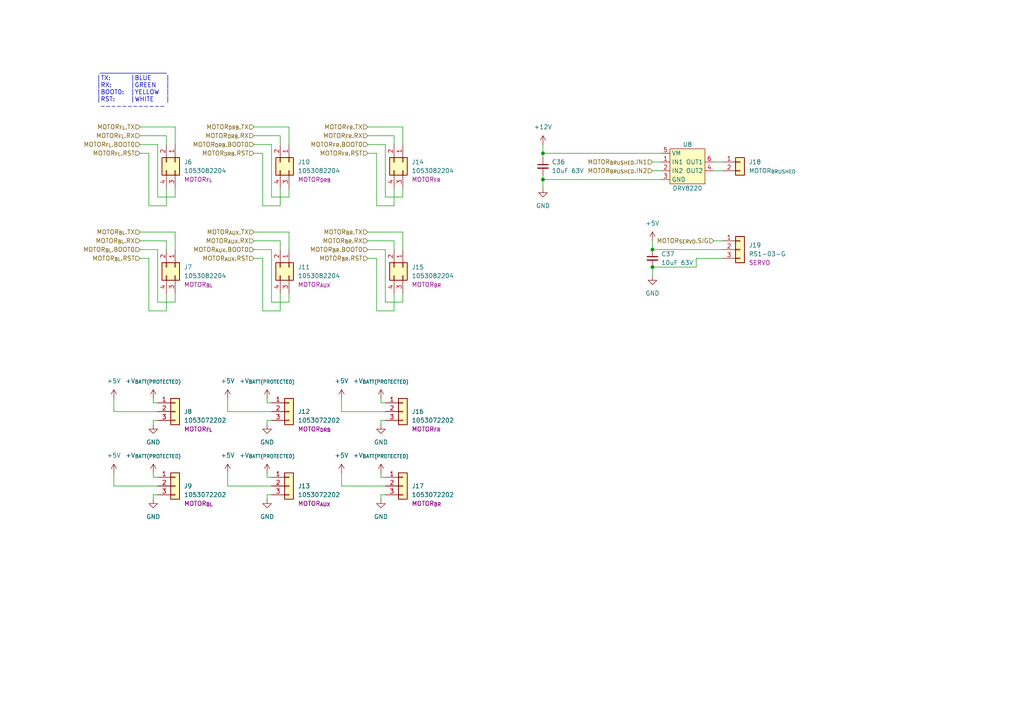
<source format=kicad_sch>
(kicad_sch (version 20211123) (generator eeschema)
  (paper "A4")
  (title_block (title "Bodge Control") (date "2022-12-07") (rev "1.0.0") (company "The A-Team (RC SSL)") (comment 1 "W. Stuckey & R. Osawa"))
  (lib_symbols
    (symbol "AT-PowerIC:DRV8220"
      (property "Reference" "U" (at 0 6.35 0))
      (property "Value" "DRV8220" (at 0 -6.35 0))
      (symbol "DRV8220_0_1"
        (rectangle (start -5.08 5.08) (end 5.08 -5.08) (stroke (width 0.1524)) (fill (type background)))
      )
      (symbol "DRV8220_1_1"
        (pin input line (at -7.62 1.27 0) (length 2.54) (name "IN1") (number "1"))
        (pin input line (at -7.62 -1.27 0) (length 2.54) (name "IN2") (number "2"))
        (pin power_in line (at -7.62 -3.81 0) (length 2.54) (name "GND") (number "3"))
        (pin input line (at 7.62 -1.27 180) (length 2.54) (name "OUT2") (number "4"))
        (pin power_in line (at -7.62 3.81 0) (length 2.54) (name "VM") (number "5"))
        (pin input line (at 7.62 1.27 180) (length 2.54) (name "OUT1") (number "6"))
      )
    )
    (symbol "AT-Supplies:+V_{BATT(PROTECTED)}" (power) (pin_names (offset 0)) (in_bom no) (on_board no)
      (property "Value" "+V_{BATT(PROTECTED)}" (at 0 5.08 0))
      (symbol "+V_{BATT(PROTECTED)}_0_1"
        (polyline (pts (xy -0.76 1.27) (xy 0.002 2.54)))
        (polyline (pts (xy 0.002 0) (xy 0.002 2.54)))
        (polyline (pts (xy 0.002 2.54) (xy 0.764 1.27)))
      )
      (symbol "+V_{BATT(PROTECTED)}_1_1"
        (pin power_in line (at 0 0 90) (length 0) hide (name "+V_{BATT(PROTECTED)}") (number "1"))
      )
    )
    (symbol "Connector_Generic:Conn_01x02" (pin_names (offset 1.016) hide)
      (property "Reference" "J" (at 0 2.54 0))
      (property "Value" "Conn_01x02" (at 0 -5.08 0))
      (symbol "Conn_01x02_1_1"
        (rectangle (start -1.27 -2.413) (end 0 -2.667) (stroke (width 0.1524)))
        (rectangle (start -1.27 0.127) (end 0 -0.127) (stroke (width 0.1524)))
        (rectangle (start -1.27 1.27) (end 1.27 -3.81) (stroke (width 0.254)) (fill (type background)))
        (pin passive line (at -5.08 0 0) (length 3.81) (name "Pin_1") (number "1"))
        (pin passive line (at -5.08 -2.54 0) (length 3.81) (name "Pin_2") (number "2"))
      )
    )
    (symbol "Connector_Generic:Conn_01x03" (pin_names (offset 1.016) hide)
      (property "Reference" "J" (at 0 5.08 0))
      (property "Value" "Conn_01x03" (at 0 -5.08 0))
      (symbol "Conn_01x03_1_1"
        (rectangle (start -1.27 -2.413) (end 0 -2.667) (stroke (width 0.1524)))
        (rectangle (start -1.27 0.127) (end 0 -0.127) (stroke (width 0.1524)))
        (rectangle (start -1.27 2.667) (end 0 2.413) (stroke (width 0.1524)))
        (rectangle (start -1.27 3.81) (end 1.27 -3.81) (stroke (width 0.254)) (fill (type background)))
        (pin passive line (at -5.08 2.54 0) (length 3.81) (name "Pin_1") (number "1"))
        (pin passive line (at -5.08 0 0) (length 3.81) (name "Pin_2") (number "2"))
        (pin passive line (at -5.08 -2.54 0) (length 3.81) (name "Pin_3") (number "3"))
      )
    )
    (symbol "Connector_Generic:Conn_02x02_Top_Bottom" (pin_names (offset 1.016) hide)
      (property "Reference" "J" (at 1.27 2.54 0))
      (property "Value" "Conn_02x02_Top_Bottom" (at 1.27 -5.08 0))
      (symbol "Conn_02x02_Top_Bottom_1_1"
        (rectangle (start -1.27 -2.413) (end 0 -2.667) (stroke (width 0.1524)))
        (rectangle (start -1.27 0.127) (end 0 -0.127) (stroke (width 0.1524)))
        (rectangle (start -1.27 1.27) (end 3.81 -3.81) (stroke (width 0.254)) (fill (type background)))
        (rectangle (start 3.81 -2.413) (end 2.54 -2.667) (stroke (width 0.1524)))
        (rectangle (start 3.81 0.127) (end 2.54 -0.127) (stroke (width 0.1524)))
        (pin passive line (at -5.08 0 0) (length 3.81) (name "Pin_1") (number "1"))
        (pin passive line (at -5.08 -2.54 0) (length 3.81) (name "Pin_2") (number "2"))
        (pin passive line (at 7.62 0 180) (length 3.81) (name "Pin_3") (number "3"))
        (pin passive line (at 7.62 -2.54 180) (length 3.81) (name "Pin_4") (number "4"))
      )
    )
    (symbol "Device:C_Small" (pin_numbers hide) (pin_names (offset 0.254) hide)
      (property "Reference" "C" (at 0.254 1.778 0))
      (property "Value" "C_Small" (at 0.254 -2.032 0))
      (symbol "C_Small_0_1"
        (polyline (pts (xy -1.524 -0.508) (xy 1.524 -0.508)) (stroke (width 0.3302)))
        (polyline (pts (xy -1.524 0.508) (xy 1.524 0.508)) (stroke (width 0.3048)))
      )
      (symbol "C_Small_1_1"
        (pin passive line (at 0 2.54 270) (length 2.032) (name "~") (number "1"))
        (pin passive line (at 0 -2.54 90) (length 2.032) (name "~") (number "2"))
      )
    )
    (symbol "power:+12V" (power) (pin_names (offset 0))
      (property "Value" "+12V" (at 0 3.556 0))
      (symbol "+12V_0_1"
        (polyline (pts (xy -0.762 1.27) (xy 0 2.54)))
        (polyline (pts (xy 0 0) (xy 0 2.54)))
        (polyline (pts (xy 0 2.54) (xy 0.762 1.27)))
      )
      (symbol "+12V_1_1"
        (pin power_in line (at 0 0 90) (length 0) hide (name "+12V") (number "1"))
      )
    )
    (symbol "power:+5V" (power) (pin_names (offset 0))
      (property "Value" "+5V" (at 0 3.556 0))
      (symbol "+5V_0_1"
        (polyline (pts (xy -0.762 1.27) (xy 0 2.54)))
        (polyline (pts (xy 0 0) (xy 0 2.54)))
        (polyline (pts (xy 0 2.54) (xy 0.762 1.27)))
      )
      (symbol "+5V_1_1"
        (pin power_in line (at 0 0 90) (length 0) hide (name "+5V") (number "1"))
      )
    )
    (symbol "power:GND" (power) (pin_names (offset 0))
      (property "Value" "GND" (at 0 -3.81 0))
      (symbol "GND_0_1"
        (polyline (pts (xy 0 0) (xy 0 -1.27) (xy 1.27 -1.27) (xy 0 -2.54) (xy -1.27 -1.27) (xy 0 -1.27)))
      )
      (symbol "GND_1_1"
        (pin power_in line (at 0 0 270) (length 0) hide (name "GND") (number "1"))
      )
    )
  )
  (junction (at 189.23 77.47))
  (junction (at 189.23 72.39))
  (junction (at 157.48 44.45))
  (junction (at 157.48 52.07))
  (wire (pts (xy 111.76 41.91) (xy 111.76 57.15)))
  (wire (pts (xy 110.49 116.84) (xy 111.76 116.84)))
  (wire (pts (xy 111.76 143.51) (xy 110.49 143.51)))
  (wire (pts (xy 77.47 143.51) (xy 77.47 144.78)))
  (wire (pts (xy 191.77 44.45) (xy 157.48 44.45)))
  (wire (pts (xy 111.76 72.39) (xy 111.76 87.63)))
  (wire (pts (xy 44.45 116.84) (xy 45.72 116.84)))
  (wire (pts (xy 78.74 119.38) (xy 66.04 119.38)))
  (wire (pts (xy 78.74 140.97) (xy 66.04 140.97)))
  (wire (pts (xy 83.82 87.63) (xy 83.82 85.09)))
  (wire (pts (xy 73.66 44.45) (xy 76.2 44.45)))
  (wire (pts (xy 111.76 87.63) (xy 116.84 87.63)))
  (wire (pts (xy 73.66 39.37) (xy 81.28 39.37)))
  (wire (pts (xy 157.48 44.45) (xy 157.48 41.91)))
  (wire (pts (xy 45.72 87.63) (xy 50.8 87.63)))
  (wire (pts (xy 33.02 119.38) (xy 33.02 115.57)))
  (wire (pts (xy 116.84 36.83) (xy 116.84 41.91)))
  (wire (pts (xy 116.84 87.63) (xy 116.84 85.09)))
  (wire (pts (xy 78.74 72.39) (xy 78.74 87.63)))
  (wire (pts (xy 106.68 74.93) (xy 109.22 74.93)))
  (wire (pts (xy 106.68 39.37) (xy 114.3 39.37)))
  (wire (pts (xy 73.66 67.31) (xy 83.82 67.31)))
  (wire (pts (xy 43.18 44.45) (xy 43.18 59.69)))
  (wire (pts (xy 157.48 52.07) (xy 157.48 54.61)))
  (wire (pts (xy 76.2 44.45) (xy 76.2 59.69)))
  (wire (pts (xy 114.3 59.69) (xy 114.3 54.61)))
  (wire (pts (xy 201.93 74.93) (xy 201.93 77.47)))
  (wire (pts (xy 157.48 44.45) (xy 157.48 45.72)))
  (wire (pts (xy 109.22 90.17) (xy 114.3 90.17)))
  (wire (pts (xy 73.66 69.85) (xy 81.28 69.85)))
  (wire (pts (xy 83.82 36.83) (xy 83.82 41.91)))
  (wire (pts (xy 81.28 39.37) (xy 81.28 41.91)))
  (wire (pts (xy 77.47 138.43) (xy 78.74 138.43)))
  (wire (pts (xy 45.72 57.15) (xy 50.8 57.15)))
  (wire (pts (xy 78.74 87.63) (xy 83.82 87.63)))
  (wire (pts (xy 207.01 49.53) (xy 209.55 49.53)))
  (wire (pts (xy 110.49 137.16) (xy 110.49 138.43)))
  (wire (pts (xy 111.76 121.92) (xy 110.49 121.92)))
  (wire (pts (xy 207.01 46.99) (xy 209.55 46.99)))
  (wire (pts (xy 110.49 143.51) (xy 110.49 144.78)))
  (wire (pts (xy 110.49 115.57) (xy 110.49 116.84)))
  (wire (pts (xy 207.01 69.85) (xy 209.55 69.85)))
  (wire (pts (xy 157.48 50.8) (xy 157.48 52.07)))
  (wire (pts (xy 44.45 137.16) (xy 44.45 138.43)))
  (wire (pts (xy 81.28 69.85) (xy 81.28 72.39)))
  (wire (pts (xy 109.22 59.69) (xy 114.3 59.69)))
  (wire (pts (xy 106.68 36.83) (xy 116.84 36.83)))
  (wire (pts (xy 78.74 121.92) (xy 77.47 121.92)))
  (wire (pts (xy 40.64 72.39) (xy 45.72 72.39)))
  (wire (pts (xy 77.47 137.16) (xy 77.47 138.43)))
  (wire (pts (xy 45.72 143.51) (xy 44.45 143.51)))
  (wire (pts (xy 40.64 44.45) (xy 43.18 44.45)))
  (wire (pts (xy 45.72 72.39) (xy 45.72 87.63)))
  (wire (pts (xy 44.45 143.51) (xy 44.45 144.78)))
  (wire (pts (xy 110.49 121.92) (xy 110.49 123.19)))
  (wire (pts (xy 45.72 121.92) (xy 44.45 121.92)))
  (wire (pts (xy 43.18 59.69) (xy 48.26 59.69)))
  (wire (pts (xy 106.68 69.85) (xy 114.3 69.85)))
  (wire (pts (xy 73.66 36.83) (xy 83.82 36.83)))
  (wire (pts (xy 116.84 57.15) (xy 116.84 54.61)))
  (wire (pts (xy 111.76 57.15) (xy 116.84 57.15)))
  (wire (pts (xy 50.8 36.83) (xy 50.8 41.91)))
  (wire (pts (xy 78.74 41.91) (xy 78.74 57.15)))
  (wire (pts (xy 48.26 69.85) (xy 48.26 72.39)))
  (wire (pts (xy 73.66 74.93) (xy 76.2 74.93)))
  (wire (pts (xy 189.23 69.85) (xy 189.23 72.39)))
  (wire (pts (xy 189.23 72.39) (xy 209.55 72.39)))
  (wire (pts (xy 73.66 41.91) (xy 78.74 41.91)))
  (wire (pts (xy 209.55 74.93) (xy 201.93 74.93)))
  (wire (pts (xy 40.64 69.85) (xy 48.26 69.85)))
  (wire (pts (xy 45.72 119.38) (xy 33.02 119.38)))
  (wire (pts (xy 111.76 140.97) (xy 99.06 140.97)))
  (wire (pts (xy 48.26 39.37) (xy 48.26 41.91)))
  (wire (pts (xy 43.18 74.93) (xy 43.18 90.17)))
  (wire (pts (xy 191.77 52.07) (xy 157.48 52.07)))
  (wire (pts (xy 189.23 46.99) (xy 191.77 46.99)))
  (wire (pts (xy 40.64 39.37) (xy 48.26 39.37)))
  (wire (pts (xy 110.49 138.43) (xy 111.76 138.43)))
  (wire (pts (xy 77.47 121.92) (xy 77.47 123.19)))
  (wire (pts (xy 81.28 90.17) (xy 81.28 85.09)))
  (wire (pts (xy 33.02 140.97) (xy 33.02 137.16)))
  (wire (pts (xy 114.3 90.17) (xy 114.3 85.09)))
  (wire (pts (xy 40.64 67.31) (xy 50.8 67.31)))
  (wire (pts (xy 76.2 59.69) (xy 81.28 59.69)))
  (wire (pts (xy 114.3 69.85) (xy 114.3 72.39)))
  (wire (pts (xy 40.64 41.91) (xy 45.72 41.91)))
  (wire (pts (xy 40.64 74.93) (xy 43.18 74.93)))
  (wire (pts (xy 44.45 115.57) (xy 44.45 116.84)))
  (wire (pts (xy 76.2 74.93) (xy 76.2 90.17)))
  (wire (pts (xy 40.64 36.83) (xy 50.8 36.83)))
  (wire (pts (xy 109.22 74.93) (xy 109.22 90.17)))
  (wire (pts (xy 48.26 90.17) (xy 48.26 85.09)))
  (wire (pts (xy 50.8 67.31) (xy 50.8 72.39)))
  (wire (pts (xy 45.72 41.91) (xy 45.72 57.15)))
  (wire (pts (xy 48.26 59.69) (xy 48.26 54.61)))
  (wire (pts (xy 78.74 57.15) (xy 83.82 57.15)))
  (wire (pts (xy 78.74 143.51) (xy 77.47 143.51)))
  (wire (pts (xy 189.23 77.47) (xy 201.93 77.47)))
  (wire (pts (xy 116.84 67.31) (xy 116.84 72.39)))
  (wire (pts (xy 106.68 41.91) (xy 111.76 41.91)))
  (wire (pts (xy 77.47 115.57) (xy 77.47 116.84)))
  (wire (pts (xy 99.06 119.38) (xy 99.06 115.57)))
  (wire (pts (xy 111.76 119.38) (xy 99.06 119.38)))
  (wire (pts (xy 45.72 140.97) (xy 33.02 140.97)))
  (wire (pts (xy 106.68 72.39) (xy 111.76 72.39)))
  (wire (pts (xy 83.82 67.31) (xy 83.82 72.39)))
  (wire (pts (xy 106.68 44.45) (xy 109.22 44.45)))
  (wire (pts (xy 189.23 49.53) (xy 191.77 49.53)))
  (wire (pts (xy 81.28 59.69) (xy 81.28 54.61)))
  (wire (pts (xy 77.47 116.84) (xy 78.74 116.84)))
  (wire (pts (xy 73.66 72.39) (xy 78.74 72.39)))
  (wire (pts (xy 66.04 119.38) (xy 66.04 115.57)))
  (wire (pts (xy 76.2 90.17) (xy 81.28 90.17)))
  (wire (pts (xy 43.18 90.17) (xy 48.26 90.17)))
  (wire (pts (xy 50.8 87.63) (xy 50.8 85.09)))
  (wire (pts (xy 83.82 57.15) (xy 83.82 54.61)))
  (wire (pts (xy 99.06 140.97) (xy 99.06 137.16)))
  (wire (pts (xy 106.68 67.31) (xy 116.84 67.31)))
  (wire (pts (xy 66.04 140.97) (xy 66.04 137.16)))
  (wire (pts (xy 44.45 121.92) (xy 44.45 123.19)))
  (wire (pts (xy 109.22 44.45) (xy 109.22 59.69)))
  (wire (pts (xy 44.45 138.43) (xy 45.72 138.43)))
  (wire (pts (xy 189.23 77.47) (xy 189.23 80.01)))
  (wire (pts (xy 114.3 39.37) (xy 114.3 41.91)))
  (wire (pts (xy 50.8 57.15) (xy 50.8 54.61)))
  (text " ____________________\n|TX:	|BLUE	|\n|RX:	|GREEN	|\n|BOOT0:	|YELLOW	|\n|RST:	|WHITE	|\n ------------" (at 27.94 31.75 0) (effects (font (size 1.27 1.27)) (justify left bottom)))
  (hierarchical_label "MOTOR_{SERVO}.SIG" (shape input) (at 207.01 69.85 180))
  (hierarchical_label "MOTOR_{BRUSHED}.IN2" (shape input) (at 189.23 49.53 180))
  (hierarchical_label "MOTOR_{BR}.RX" (shape input) (at 106.68 69.85 180))
  (hierarchical_label "MOTOR_{FL}.RST" (shape input) (at 40.64 44.45 180))
  (hierarchical_label "MOTOR_{DRB}.RX" (shape input) (at 73.66 39.37 180))
  (hierarchical_label "MOTOR_{DRB}.RST" (shape input) (at 73.66 44.45 180))
  (hierarchical_label "MOTOR_{FR}.RX" (shape input) (at 106.68 39.37 180))
  (hierarchical_label "MOTOR_{FR}.TX" (shape input) (at 106.68 36.83 180))
  (hierarchical_label "MOTOR_{FR}.BOOT0" (shape input) (at 106.68 41.91 180))
  (hierarchical_label "MOTOR_{FL}.TX" (shape input) (at 40.64 36.83 180))
  (hierarchical_label "MOTOR_{AUX}.TX" (shape input) (at 73.66 67.31 180))
  (hierarchical_label "MOTOR_{DRB}.TX" (shape input) (at 73.66 36.83 180))
  (hierarchical_label "MOTOR_{AUX}.BOOT0" (shape input) (at 73.66 72.39 180))
  (hierarchical_label "MOTOR_{BL}.BOOT0" (shape input) (at 40.64 72.39 180))
  (hierarchical_label "MOTOR_{FL}.BOOT0" (shape input) (at 40.64 41.91 180))
  (hierarchical_label "MOTOR_{FR}.RST" (shape input) (at 106.68 44.45 180))
  (hierarchical_label "MOTOR_{DRB}.BOOT0" (shape input) (at 73.66 41.91 180))
  (hierarchical_label "MOTOR_{BR}.BOOT0" (shape input) (at 106.68 72.39 180))
  (hierarchical_label "MOTOR_{BRUSHED}.IN1" (shape input) (at 189.23 46.99 180))
  (hierarchical_label "MOTOR_{AUX}.RST" (shape input) (at 73.66 74.93 180))
  (hierarchical_label "MOTOR_{BR}.TX" (shape input) (at 106.68 67.31 180))
  (hierarchical_label "MOTOR_{BL}.TX" (shape input) (at 40.64 67.31 180))
  (hierarchical_label "MOTOR_{BL}.RST" (shape input) (at 40.64 74.93 180))
  (hierarchical_label "MOTOR_{FL}.RX" (shape input) (at 40.64 39.37 180))
  (hierarchical_label "MOTOR_{BL}.RX" (shape input) (at 40.64 69.85 180))
  (hierarchical_label "MOTOR_{AUX}.RX" (shape input) (at 73.66 69.85 180))
  (hierarchical_label "MOTOR_{BR}.RST" (shape input) (at 106.68 74.93 180))
  (symbol (lib_id "Connector_Generic:Conn_01x03") (at 214.63 72.39 0) (unit 1)
    (property "Reference" "J19" (at 217.17 71.1199 0) (effects (justify left)))
    (property "Value" "RS1-03-G" (at 217.17 73.6599 0) (effects (justify left)))
    (property "Footprint" "Connector_PinSocket_2.54mm:PinSocket_1x03_P2.54mm_Vertical" (effects hide))
    (property "Value2" "SERVO" (at 217.17 76.2 0) (effects (justify left)))
  )
  (symbol (lib_id "Connector_Generic:Conn_02x02_Top_Bottom") (at 83.82 77.47 270) (unit 1) (in_bom no)
    (property "Reference" "J11" (at 86.36 77.4699 90) (effects (justify left)))
    (property "Value" "1053082204" (at 86.36 80.0099 90) (effects (justify left)))
    (property "Footprint" "AT-Connectors:2x02_P3mm_TopBottom_3x5mm_P7mm_Plug_SMD" (effects hide))
    (property "Value2" "MOTOR_{AUX}" (at 86.36 82.55 90) (effects (justify left)))
  )
  (symbol (lib_id "power:GND") (at 44.45 123.19 0) (unit 1)
    (property "Reference" "#PWR0111" (effects hide))
    (property "Value" "GND" (at 44.45 128.27 0))
  )
  (symbol (lib_id "power:+12V") (at 157.48 41.91 0) (unit 1)
    (property "Reference" "#PWR0126" (effects hide))
    (property "Value" "+12V" (at 157.48 36.83 0))
  )
  (symbol (lib_id "Connector_Generic:Conn_01x03") (at 50.8 140.97 0) (unit 1) (in_bom no)
    (property "Reference" "J9" (at 53.34 140.9699 0) (effects (justify left)))
    (property "Value" "1053072202" (at 53.34 143.5099 0) (effects (justify left)))
    (property "Footprint" "AT-Connectors:1x03_P3mm_ID0.8mm_OD2mm_Plug_TH" (effects hide))
    (property "Value2" "MOTOR_{BL}" (at 53.34 146.05 0) (effects (justify left)))
  )
  (symbol (lib_id "Connector_Generic:Conn_01x03") (at 116.84 119.38 0) (unit 1) (in_bom no)
    (property "Reference" "J16" (at 119.38 119.3799 0) (effects (justify left)))
    (property "Value" "1053072202" (at 119.38 121.9199 0) (effects (justify left)))
    (property "Footprint" "AT-Connectors:1x03_P3mm_ID0.8mm_OD2mm_Plug_TH" (effects hide))
    (property "Value2" "MOTOR_{FR}" (at 119.38 124.46 0) (effects (justify left)))
  )
  (symbol (lib_id "power:GND") (at 110.49 123.19 0) (unit 1)
    (property "Reference" "#PWR0123" (effects hide))
    (property "Value" "GND" (at 110.49 128.27 0))
  )
  (symbol (lib_id "power:+5V") (at 99.06 115.57 0) (unit 1)
    (property "Reference" "#PWR0120" (effects hide))
    (property "Value" "+5V" (at 99.06 110.49 0))
  )
  (symbol (lib_id "AT-Supplies:+V_{BATT(PROTECTED)}") (at 77.47 137.16 0) (unit 1) (in_bom no) (on_board no)
    (property "Reference" "#PWR0118" (effects hide))
    (property "Value" "+V_{BATT(PROTECTED)}" (at 77.472 132.08 0))
  )
  (symbol (lib_id "power:GND") (at 189.23 80.01 0) (unit 1)
    (property "Reference" "#PWR0129" (effects hide))
    (property "Value" "GND" (at 189.23 85.09 0))
  )
  (symbol (lib_id "power:GND") (at 77.47 123.19 0) (unit 1)
    (property "Reference" "#PWR0117" (effects hide))
    (property "Value" "GND" (at 77.47 128.27 0))
  )
  (symbol (lib_id "power:+5V") (at 99.06 137.16 0) (unit 1)
    (property "Reference" "#PWR0121" (effects hide))
    (property "Value" "+5V" (at 99.06 132.08 0))
  )
  (symbol (lib_id "Device:C_Small") (at 189.23 74.93 0) (unit 1)
    (property "Reference" "C37" (at 191.77 73.6662 0) (effects (justify left)))
    (property "Value" "10uF 63V" (at 191.77 76.2062 0) (effects (justify left)))
    (property "Footprint" "Capacitor_SMD:C_1210_3225Metric" (effects hide))
  )
  (symbol (lib_id "Connector_Generic:Conn_02x02_Top_Bottom") (at 50.8 77.47 270) (unit 1) (in_bom no)
    (property "Reference" "J7" (at 53.34 77.4699 90) (effects (justify left)))
    (property "Value" "1053082204" (at 53.34 80.0099 90) (effects (justify left)))
    (property "Footprint" "AT-Connectors:2x02_P3mm_TopBottom_3x5mm_P7mm_Plug_SMD" (effects hide))
    (property "Value2" "MOTOR_{BL}" (at 53.34 82.55 90) (effects (justify left)))
  )
  (symbol (lib_id "power:GND") (at 77.47 144.78 0) (unit 1)
    (property "Reference" "#PWR0119" (effects hide))
    (property "Value" "GND" (at 77.47 149.86 0))
  )
  (symbol (lib_id "Connector_Generic:Conn_02x02_Top_Bottom") (at 50.8 46.99 270) (unit 1) (in_bom no)
    (property "Reference" "J6" (at 53.34 46.99 90) (effects (justify left)))
    (property "Value" "1053082204" (at 53.34 49.53 90) (effects (justify left)))
    (property "Footprint" "AT-Connectors:2x02_P3mm_TopBottom_3x5mm_P7mm_Plug_SMD" (effects hide))
    (property "Value2" "MOTOR_{FL}" (at 53.34 52.07 90) (effects (justify left)))
  )
  (symbol (lib_id "AT-Supplies:+V_{BATT(PROTECTED)}") (at 44.45 115.57 0) (unit 1) (in_bom no) (on_board no)
    (property "Reference" "#PWR0110" (effects hide))
    (property "Value" "+V_{BATT(PROTECTED)}" (at 44.452 110.49 0))
  )
  (symbol (lib_id "power:GND") (at 157.48 54.61 0) (unit 1)
    (property "Reference" "#PWR0127" (effects hide))
    (property "Value" "GND" (at 157.48 59.69 0))
  )
  (symbol (lib_id "AT-Supplies:+V_{BATT(PROTECTED)}") (at 110.49 137.16 0) (unit 1) (in_bom no) (on_board no)
    (property "Reference" "#PWR0124" (effects hide))
    (property "Value" "+V_{BATT(PROTECTED)}" (at 110.492 132.08 0))
  )
  (symbol (lib_id "power:+5V") (at 33.02 137.16 0) (unit 1)
    (property "Reference" "#PWR0109" (effects hide))
    (property "Value" "+5V" (at 33.02 132.08 0))
  )
  (symbol (lib_id "Connector_Generic:Conn_02x02_Top_Bottom") (at 116.84 77.47 270) (unit 1) (in_bom no)
    (property "Reference" "J15" (at 119.38 77.4699 90) (effects (justify left)))
    (property "Value" "1053082204" (at 119.38 80.0099 90) (effects (justify left)))
    (property "Footprint" "AT-Connectors:2x02_P3mm_TopBottom_3x5mm_P7mm_Plug_SMD" (effects hide))
    (property "Value2" "MOTOR_{BR}" (at 119.38 82.55 90) (effects (justify left)))
  )
  (symbol (lib_id "Device:C_Small") (at 157.48 48.26 0) (unit 1)
    (property "Reference" "C36" (at 160.02 46.9962 0) (effects (justify left)))
    (property "Value" "10uF 63V" (at 160.02 49.5362 0) (effects (justify left)))
    (property "Footprint" "Capacitor_SMD:C_1210_3225Metric" (effects hide))
  )
  (symbol (lib_id "power:+5V") (at 66.04 137.16 0) (unit 1)
    (property "Reference" "#PWR0115" (effects hide))
    (property "Value" "+5V" (at 66.04 132.08 0))
  )
  (symbol (lib_id "power:GND") (at 110.49 144.78 0) (unit 1)
    (property "Reference" "#PWR0125" (effects hide))
    (property "Value" "GND" (at 110.49 149.86 0))
  )
  (symbol (lib_id "Connector_Generic:Conn_02x02_Top_Bottom") (at 83.82 46.99 270) (unit 1) (in_bom no)
    (property "Reference" "J10" (at 86.36 46.99 90) (effects (justify left)))
    (property "Value" "1053082204" (at 86.36 49.53 90) (effects (justify left)))
    (property "Footprint" "AT-Connectors:2x02_P3mm_TopBottom_3x5mm_P7mm_Plug_SMD" (effects hide))
    (property "Value2" "MOTOR_{DRB}" (at 86.36 52.07 90) (effects (justify left)))
  )
  (symbol (lib_id "power:+5V") (at 33.02 115.57 0) (unit 1)
    (property "Reference" "#PWR0108" (effects hide))
    (property "Value" "+5V" (at 33.02 110.49 0))
  )
  (symbol (lib_id "Connector_Generic:Conn_01x03") (at 116.84 140.97 0) (unit 1) (in_bom no)
    (property "Reference" "J17" (at 119.38 140.9699 0) (effects (justify left)))
    (property "Value" "1053072202" (at 119.38 143.5099 0) (effects (justify left)))
    (property "Footprint" "AT-Connectors:1x03_P3mm_ID0.8mm_OD2mm_Plug_TH" (effects hide))
    (property "Value2" "MOTOR_{BR}" (at 119.38 146.05 0) (effects (justify left)))
  )
  (symbol (lib_id "power:+5V") (at 189.23 69.85 0) (unit 1)
    (property "Reference" "#PWR0128" (effects hide))
    (property "Value" "+5V" (at 189.23 64.77 0))
  )
  (symbol (lib_id "Connector_Generic:Conn_02x02_Top_Bottom") (at 116.84 46.99 270) (unit 1) (in_bom no)
    (property "Reference" "J14" (at 119.38 46.9899 90) (effects (justify left)))
    (property "Value" "1053082204" (at 119.38 49.5299 90) (effects (justify left)))
    (property "Footprint" "AT-Connectors:2x02_P3mm_TopBottom_3x5mm_P7mm_Plug_SMD" (effects hide))
    (property "Value2" "MOTOR_{FR}" (at 119.38 52.07 90) (effects (justify left)))
  )
  (symbol (lib_id "AT-Supplies:+V_{BATT(PROTECTED)}") (at 44.45 137.16 0) (unit 1) (in_bom no) (on_board no)
    (property "Reference" "#PWR0112" (effects hide))
    (property "Value" "+V_{BATT(PROTECTED)}" (at 44.452 132.08 0))
  )
  (symbol (lib_id "power:+5V") (at 66.04 115.57 0) (unit 1)
    (property "Reference" "#PWR0114" (effects hide))
    (property "Value" "+5V" (at 66.04 110.49 0))
  )
  (symbol (lib_id "Connector_Generic:Conn_01x03") (at 83.82 119.38 0) (unit 1) (in_bom no)
    (property "Reference" "J12" (at 86.36 119.3799 0) (effects (justify left)))
    (property "Value" "1053072202" (at 86.36 121.9199 0) (effects (justify left)))
    (property "Footprint" "AT-Connectors:1x03_P3mm_ID0.8mm_OD2mm_Plug_TH" (effects hide))
    (property "Value2" "MOTOR_{DRB}" (at 86.36 124.46 0) (effects (justify left)))
  )
  (symbol (lib_id "Connector_Generic:Conn_01x03") (at 50.8 119.38 0) (unit 1) (in_bom no)
    (property "Reference" "J8" (at 53.34 119.3799 0) (effects (justify left)))
    (property "Value" "1053072202" (at 53.34 121.9199 0) (effects (justify left)))
    (property "Footprint" "AT-Connectors:1x03_P3mm_ID0.8mm_OD2mm_Plug_TH" (effects hide))
    (property "Value2" "MOTOR_{FL}" (at 53.34 124.46 0) (effects (justify left)))
  )
  (symbol (lib_id "AT-PowerIC:DRV8220") (at 199.39 48.26 0) (unit 1)
    (property "Reference" "U8" (at 199.39 41.91 0))
    (property "Value" "DRV8220" (at 199.39 54.61 0))
    (property "Footprint" "Package_TO_SOT_SMD:SOT-563" (effects hide))
    (property "Datasheet" "https://www.ti.com/lit/ds/symlink/drv8220.pdf?HQS=dis-dk-null-digikeymode-dsf-pf-null-wwe&ts=1670519224288" (effects hide))
  )
  (symbol (lib_id "AT-Supplies:+V_{BATT(PROTECTED)}") (at 110.49 115.57 0) (unit 1) (in_bom no) (on_board no)
    (property "Reference" "#PWR0122" (effects hide))
    (property "Value" "+V_{BATT(PROTECTED)}" (at 110.492 110.49 0))
  )
  (symbol (lib_id "Connector_Generic:Conn_01x03") (at 83.82 140.97 0) (unit 1) (in_bom no)
    (property "Reference" "J13" (at 86.36 140.9699 0) (effects (justify left)))
    (property "Value" "1053072202" (at 86.36 143.5099 0) (effects (justify left)))
    (property "Footprint" "AT-Connectors:1x03_P3mm_ID0.8mm_OD2mm_Plug_TH" (effects hide))
    (property "Value2" "MOTOR_{AUX}" (at 86.36 146.05 0) (effects (justify left)))
  )
  (symbol (lib_id "power:GND") (at 44.45 144.78 0) (unit 1)
    (property "Reference" "#PWR0113" (effects hide))
    (property "Value" "GND" (at 44.45 149.86 0))
  )
  (symbol (lib_id "Connector_Generic:Conn_01x02") (at 214.63 46.99 0) (unit 1) (in_bom no)
    (property "Reference" "J18" (at 217.17 46.9899 0) (effects (justify left)))
    (property "Value" "MOTOR_{BRUSHED}" (at 217.17 49.5299 0) (effects (justify left)))
    (property "Footprint" "AT-Connectors:1x02_P3mm_3x5mm_Plug_SMD" (effects hide))
  )
  (symbol (lib_id "AT-Supplies:+V_{BATT(PROTECTED)}") (at 77.47 115.57 0) (unit 1) (in_bom no) (on_board no)
    (property "Reference" "#PWR0116" (effects hide))
    (property "Value" "+V_{BATT(PROTECTED)}" (at 77.472 110.49 0))
  )
)
</source>
